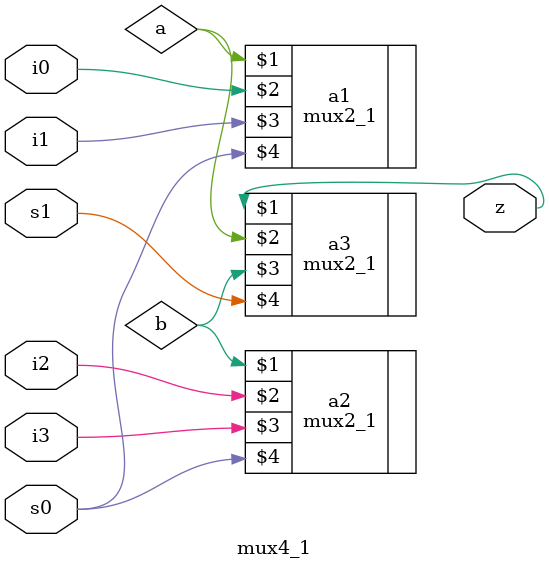
<source format=v>


`timescale 1ns / 1ns

module mux4_1 (z, i0, i1, i2, i3, s0, s1);

output z;
input i0, i1, i2, i3, s0, s1;

wire a, b;

mux2_1 a1(a, i0, i1, s0);
mux2_1 a2(b, i2, i3, s0);
mux2_1 a3(z, a, b, s1);

endmodule

</source>
